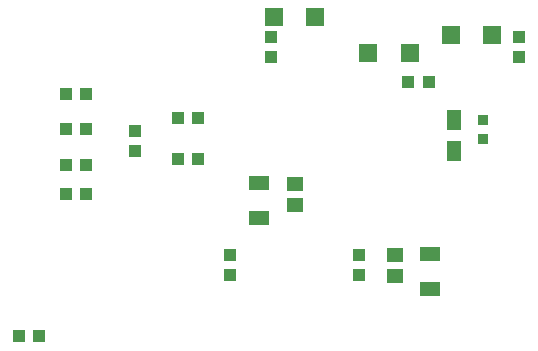
<source format=gbr>
G04 EAGLE Gerber RS-274X export*
G75*
%MOMM*%
%FSLAX34Y34*%
%LPD*%
%INSolderpaste Top*%
%IPPOS*%
%AMOC8*
5,1,8,0,0,1.08239X$1,22.5*%
G01*
%ADD10R,1.815300X1.164600*%
%ADD11R,1.465300X1.164600*%
%ADD12R,0.970200X0.920900*%
%ADD13R,1.100000X1.000000*%
%ADD14R,1.188700X1.795500*%
%ADD15R,1.000000X1.100000*%
%ADD16R,1.500000X1.500000*%


D10*
X400000Y79754D03*
X400000Y50246D03*
D11*
X430000Y78754D03*
X430000Y61246D03*
D12*
X590000Y132746D03*
X590000Y117254D03*
D13*
X375000Y1500D03*
X375000Y18500D03*
D14*
X565000Y133099D03*
X565000Y106901D03*
D10*
X545000Y19754D03*
X545000Y-9754D03*
D11*
X515000Y18754D03*
X515000Y1246D03*
D13*
X485000Y1500D03*
X485000Y18500D03*
D15*
X236500Y70000D03*
X253500Y70000D03*
X236500Y155000D03*
X253500Y155000D03*
X196500Y-50000D03*
X213500Y-50000D03*
D16*
X527500Y190000D03*
X492500Y190000D03*
X597500Y205000D03*
X562500Y205000D03*
D13*
X620000Y203500D03*
X620000Y186500D03*
D15*
X526500Y165000D03*
X543500Y165000D03*
D16*
X412500Y220000D03*
X447500Y220000D03*
D13*
X410000Y203500D03*
X410000Y186500D03*
X295000Y123500D03*
X295000Y106500D03*
D15*
X348500Y100000D03*
X331500Y100000D03*
X331500Y135000D03*
X348500Y135000D03*
X236500Y125000D03*
X253500Y125000D03*
X236500Y95000D03*
X253500Y95000D03*
M02*

</source>
